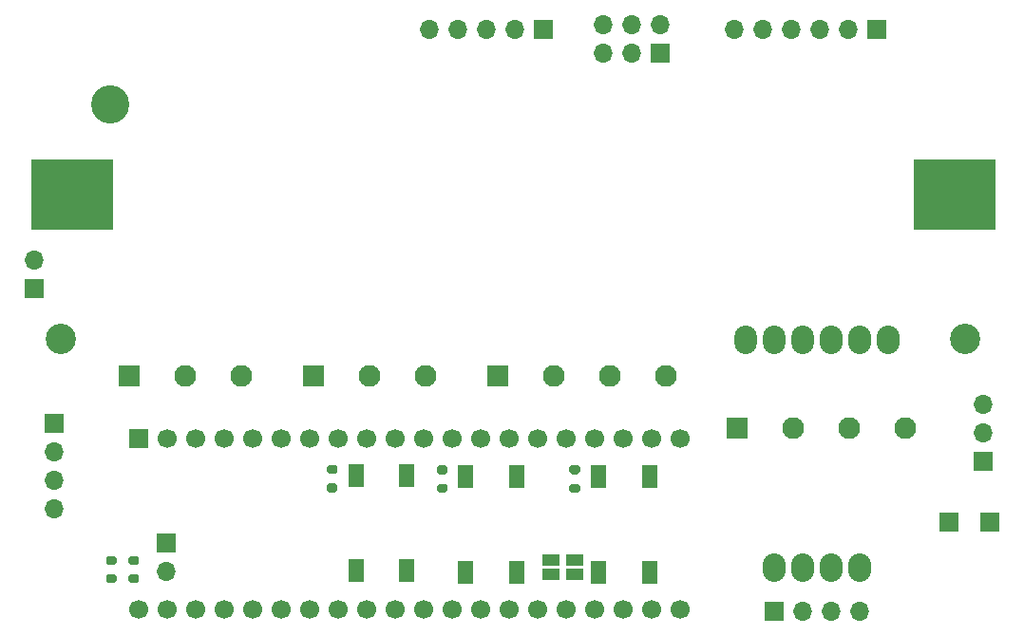
<source format=gts>
G04 #@! TF.GenerationSoftware,KiCad,Pcbnew,5.1.9-73d0e3b20d~88~ubuntu18.04.1*
G04 #@! TF.CreationDate,2021-04-09T21:08:54+02:00*
G04 #@! TF.ProjectId,EcoApi_pcb,45636f41-7069-45f7-9063-622e6b696361,rev?*
G04 #@! TF.SameCoordinates,Original*
G04 #@! TF.FileFunction,Soldermask,Top*
G04 #@! TF.FilePolarity,Negative*
%FSLAX46Y46*%
G04 Gerber Fmt 4.6, Leading zero omitted, Abs format (unit mm)*
G04 Created by KiCad (PCBNEW 5.1.9-73d0e3b20d~88~ubuntu18.04.1) date 2021-04-09 21:08:54*
%MOMM*%
%LPD*%
G01*
G04 APERTURE LIST*
%ADD10O,2.032000X2.540000*%
%ADD11O,2.000000X2.540000*%
%ADD12R,7.350000X6.350000*%
%ADD13C,3.406000*%
%ADD14C,2.700000*%
%ADD15O,1.700000X1.700000*%
%ADD16R,1.700000X1.700000*%
%ADD17R,1.500000X1.000000*%
%ADD18R,1.400000X2.100000*%
%ADD19R,1.950000X1.950000*%
%ADD20C,1.950000*%
%ADD21C,1.700000*%
G04 APERTURE END LIST*
D10*
G04 #@! TO.C,U3*
X147550000Y-104080000D03*
X145010000Y-104080000D03*
X142470000Y-104080000D03*
D11*
X139930000Y-104080000D03*
D10*
X137390000Y-124400000D03*
X139930000Y-124400000D03*
X142470000Y-124400000D03*
X145010000Y-124400000D03*
D11*
X134850000Y-104080000D03*
X137390000Y-104080000D03*
G04 #@! TD*
D12*
G04 #@! TO.C,BT1*
X153430000Y-91100000D03*
X74770000Y-91100000D03*
D13*
X78170000Y-83100000D03*
G04 #@! TD*
D14*
G04 #@! TO.C,H4*
X154400000Y-104000000D03*
G04 #@! TD*
G04 #@! TO.C,H2*
X73800000Y-104000000D03*
G04 #@! TD*
D15*
G04 #@! TO.C,J4*
X122130000Y-75990000D03*
X122130000Y-78530000D03*
X124670000Y-75990000D03*
X124670000Y-78530000D03*
X127210000Y-75990000D03*
D16*
X127210000Y-78530000D03*
G04 #@! TD*
D17*
G04 #@! TO.C,JP7*
X119600000Y-125000000D03*
X119600000Y-123700000D03*
G04 #@! TD*
G04 #@! TO.C,JP3*
X117500000Y-125000000D03*
X117500000Y-123700000D03*
G04 #@! TD*
D15*
G04 #@! TO.C,J16*
X73200000Y-119120000D03*
X73200000Y-116580000D03*
X73200000Y-114040000D03*
D16*
X73200000Y-111500000D03*
G04 #@! TD*
D18*
G04 #@! TO.C,S3*
X121750000Y-116250000D03*
X121750000Y-124800000D03*
X126250000Y-124800000D03*
X126250000Y-116250000D03*
G04 #@! TD*
G04 #@! TO.C,S2*
X100100000Y-116150000D03*
X100100000Y-124700000D03*
X104600000Y-124700000D03*
X104600000Y-116150000D03*
G04 #@! TD*
G04 #@! TO.C,S1*
X109900000Y-116250000D03*
X109900000Y-124800000D03*
X114400000Y-124800000D03*
X114400000Y-116250000D03*
G04 #@! TD*
G04 #@! TO.C,R15*
G36*
G01*
X119875000Y-116075000D02*
X119325000Y-116075000D01*
G75*
G02*
X119125000Y-115875000I0J200000D01*
G01*
X119125000Y-115475000D01*
G75*
G02*
X119325000Y-115275000I200000J0D01*
G01*
X119875000Y-115275000D01*
G75*
G02*
X120075000Y-115475000I0J-200000D01*
G01*
X120075000Y-115875000D01*
G75*
G02*
X119875000Y-116075000I-200000J0D01*
G01*
G37*
G36*
G01*
X119875000Y-117725000D02*
X119325000Y-117725000D01*
G75*
G02*
X119125000Y-117525000I0J200000D01*
G01*
X119125000Y-117125000D01*
G75*
G02*
X119325000Y-116925000I200000J0D01*
G01*
X119875000Y-116925000D01*
G75*
G02*
X120075000Y-117125000I0J-200000D01*
G01*
X120075000Y-117525000D01*
G75*
G02*
X119875000Y-117725000I-200000J0D01*
G01*
G37*
G04 #@! TD*
G04 #@! TO.C,R14*
G36*
G01*
X108075000Y-116075000D02*
X107525000Y-116075000D01*
G75*
G02*
X107325000Y-115875000I0J200000D01*
G01*
X107325000Y-115475000D01*
G75*
G02*
X107525000Y-115275000I200000J0D01*
G01*
X108075000Y-115275000D01*
G75*
G02*
X108275000Y-115475000I0J-200000D01*
G01*
X108275000Y-115875000D01*
G75*
G02*
X108075000Y-116075000I-200000J0D01*
G01*
G37*
G36*
G01*
X108075000Y-117725000D02*
X107525000Y-117725000D01*
G75*
G02*
X107325000Y-117525000I0J200000D01*
G01*
X107325000Y-117125000D01*
G75*
G02*
X107525000Y-116925000I200000J0D01*
G01*
X108075000Y-116925000D01*
G75*
G02*
X108275000Y-117125000I0J-200000D01*
G01*
X108275000Y-117525000D01*
G75*
G02*
X108075000Y-117725000I-200000J0D01*
G01*
G37*
G04 #@! TD*
D15*
G04 #@! TO.C,J15*
X83200000Y-124740000D03*
D16*
X83200000Y-122200000D03*
G04 #@! TD*
D19*
G04 #@! TO.C,J3*
X134100000Y-112000000D03*
D20*
X139100000Y-112000000D03*
X144100000Y-112000000D03*
X149100000Y-112000000D03*
G04 #@! TD*
D21*
G04 #@! TO.C,U1*
X80700000Y-128140000D03*
D16*
X80700000Y-112900000D03*
D21*
X83240000Y-128140000D03*
X83240000Y-112900000D03*
X85780000Y-128140000D03*
X85780000Y-112900000D03*
X88320000Y-128140000D03*
X88320000Y-112900000D03*
X90860000Y-128140000D03*
X90860000Y-112900000D03*
X93400000Y-128140000D03*
X93400000Y-112900000D03*
X95940000Y-128140000D03*
X95940000Y-112900000D03*
X98480000Y-128140000D03*
X98480000Y-112900000D03*
X101020000Y-128140000D03*
X101020000Y-112900000D03*
X103560000Y-128140000D03*
X103560000Y-112900000D03*
X106100000Y-128140000D03*
X106100000Y-112900000D03*
X108640000Y-128140000D03*
X108640000Y-112900000D03*
X111180000Y-128140000D03*
X111180000Y-112900000D03*
X113720000Y-128140000D03*
X113720000Y-112900000D03*
X116260000Y-128140000D03*
X116260000Y-112900000D03*
X118800000Y-128140000D03*
X118800000Y-112900000D03*
X121340000Y-128140000D03*
X121340000Y-112900000D03*
X123880000Y-128140000D03*
X123880000Y-112900000D03*
X126420000Y-128140000D03*
X126420000Y-112900000D03*
X128960000Y-128140000D03*
X128960000Y-112900000D03*
G04 #@! TD*
D15*
G04 #@! TO.C,J7*
X133800000Y-76400000D03*
X136340000Y-76400000D03*
X138880000Y-76400000D03*
X141420000Y-76400000D03*
X143960000Y-76400000D03*
D16*
X146500000Y-76400000D03*
G04 #@! TD*
D15*
G04 #@! TO.C,J8*
X106680000Y-76400000D03*
X109220000Y-76400000D03*
X111760000Y-76400000D03*
X114300000Y-76400000D03*
D16*
X116840000Y-76400000D03*
G04 #@! TD*
D15*
G04 #@! TO.C,J6*
X145040000Y-128300000D03*
X142500000Y-128300000D03*
X139960000Y-128300000D03*
D16*
X137420000Y-128300000D03*
G04 #@! TD*
G04 #@! TO.C,R8*
G36*
G01*
X98275000Y-116050000D02*
X97725000Y-116050000D01*
G75*
G02*
X97525000Y-115850000I0J200000D01*
G01*
X97525000Y-115450000D01*
G75*
G02*
X97725000Y-115250000I200000J0D01*
G01*
X98275000Y-115250000D01*
G75*
G02*
X98475000Y-115450000I0J-200000D01*
G01*
X98475000Y-115850000D01*
G75*
G02*
X98275000Y-116050000I-200000J0D01*
G01*
G37*
G36*
G01*
X98275000Y-117700000D02*
X97725000Y-117700000D01*
G75*
G02*
X97525000Y-117500000I0J200000D01*
G01*
X97525000Y-117100000D01*
G75*
G02*
X97725000Y-116900000I200000J0D01*
G01*
X98275000Y-116900000D01*
G75*
G02*
X98475000Y-117100000I0J-200000D01*
G01*
X98475000Y-117500000D01*
G75*
G02*
X98275000Y-117700000I-200000J0D01*
G01*
G37*
G04 #@! TD*
G04 #@! TO.C,R2*
G36*
G01*
X80575000Y-124150000D02*
X80025000Y-124150000D01*
G75*
G02*
X79825000Y-123950000I0J200000D01*
G01*
X79825000Y-123550000D01*
G75*
G02*
X80025000Y-123350000I200000J0D01*
G01*
X80575000Y-123350000D01*
G75*
G02*
X80775000Y-123550000I0J-200000D01*
G01*
X80775000Y-123950000D01*
G75*
G02*
X80575000Y-124150000I-200000J0D01*
G01*
G37*
G36*
G01*
X80575000Y-125800000D02*
X80025000Y-125800000D01*
G75*
G02*
X79825000Y-125600000I0J200000D01*
G01*
X79825000Y-125200000D01*
G75*
G02*
X80025000Y-125000000I200000J0D01*
G01*
X80575000Y-125000000D01*
G75*
G02*
X80775000Y-125200000I0J-200000D01*
G01*
X80775000Y-125600000D01*
G75*
G02*
X80575000Y-125800000I-200000J0D01*
G01*
G37*
G04 #@! TD*
G04 #@! TO.C,R1*
G36*
G01*
X78025000Y-125000000D02*
X78575000Y-125000000D01*
G75*
G02*
X78775000Y-125200000I0J-200000D01*
G01*
X78775000Y-125600000D01*
G75*
G02*
X78575000Y-125800000I-200000J0D01*
G01*
X78025000Y-125800000D01*
G75*
G02*
X77825000Y-125600000I0J200000D01*
G01*
X77825000Y-125200000D01*
G75*
G02*
X78025000Y-125000000I200000J0D01*
G01*
G37*
G36*
G01*
X78025000Y-123350000D02*
X78575000Y-123350000D01*
G75*
G02*
X78775000Y-123550000I0J-200000D01*
G01*
X78775000Y-123950000D01*
G75*
G02*
X78575000Y-124150000I-200000J0D01*
G01*
X78025000Y-124150000D01*
G75*
G02*
X77825000Y-123950000I0J200000D01*
G01*
X77825000Y-123550000D01*
G75*
G02*
X78025000Y-123350000I200000J0D01*
G01*
G37*
G04 #@! TD*
D15*
G04 #@! TO.C,J14*
X156000000Y-109820000D03*
X156000000Y-112360000D03*
D16*
X156000000Y-114900000D03*
G04 #@! TD*
G04 #@! TO.C,J13*
X156600000Y-120300000D03*
G04 #@! TD*
G04 #@! TO.C,J12*
X153000000Y-120300000D03*
G04 #@! TD*
D15*
G04 #@! TO.C,J10*
X71400000Y-96960000D03*
D16*
X71400000Y-99500000D03*
G04 #@! TD*
D19*
G04 #@! TO.C,J5*
X96300000Y-107300000D03*
D20*
X101300000Y-107300000D03*
X106300000Y-107300000D03*
G04 #@! TD*
D19*
G04 #@! TO.C,J2*
X112700000Y-107300000D03*
D20*
X117700000Y-107300000D03*
X122700000Y-107300000D03*
X127700000Y-107300000D03*
G04 #@! TD*
D19*
G04 #@! TO.C,J1*
X79900000Y-107300000D03*
D20*
X84900000Y-107300000D03*
X89900000Y-107300000D03*
G04 #@! TD*
M02*

</source>
